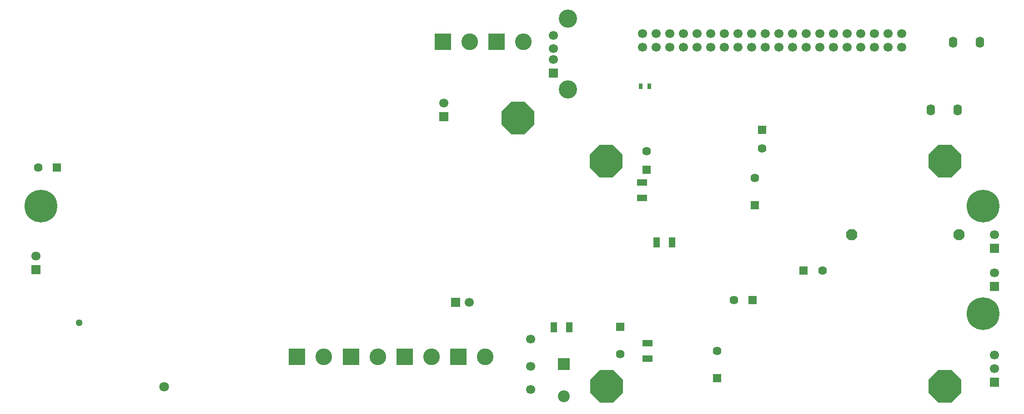
<source format=gbs>
G04*
G04 #@! TF.GenerationSoftware,Altium Limited,Altium Designer,18.1.7 (191)*
G04*
G04 Layer_Color=16711935*
%FSLAX24Y24*%
%MOIN*%
G70*
G01*
G75*
%ADD58R,0.0315X0.0394*%
%ADD62R,0.0453X0.0728*%
%ADD90R,0.0728X0.0453*%
%ADD99C,0.0512*%
%ADD100C,0.0669*%
%ADD101R,0.0669X0.0669*%
%ADD102C,0.1339*%
%ADD103O,0.0630X0.0827*%
%ADD104C,0.0639*%
%ADD105R,0.0639X0.0639*%
%ADD106C,0.1220*%
%ADD107R,0.1220X0.1220*%
%ADD108R,0.0639X0.0639*%
%ADD109C,0.0827*%
%ADD110P,0.0895X8X202.5*%
%ADD111R,0.0669X0.0669*%
%ADD112R,0.0866X0.0866*%
%ADD113C,0.0866*%
%ADD114C,0.0709*%
%ADD115P,0.2599X8X292.5*%
%ADD116C,0.2402*%
D58*
X54783Y42264D02*
D03*
X54173D02*
D03*
D62*
X55325Y30817D02*
D03*
X56467D02*
D03*
X48937Y24577D02*
D03*
X47795D02*
D03*
D90*
X54675Y22274D02*
D03*
Y23415D02*
D03*
X54272Y34085D02*
D03*
Y35226D02*
D03*
D99*
X12992Y24921D02*
D03*
D100*
X39744Y41039D02*
D03*
X47766Y46014D02*
D03*
Y45030D02*
D03*
Y44242D02*
D03*
X80079Y28583D02*
D03*
Y22535D02*
D03*
Y21535D02*
D03*
X69307Y46157D02*
D03*
Y45157D02*
D03*
X70307Y46157D02*
D03*
Y45157D02*
D03*
X71307Y46157D02*
D03*
Y45157D02*
D03*
X72307D02*
D03*
Y46157D02*
D03*
X73307Y45157D02*
D03*
Y46157D02*
D03*
X64307D02*
D03*
Y45157D02*
D03*
X65307Y46157D02*
D03*
Y45157D02*
D03*
X66307Y46157D02*
D03*
Y45157D02*
D03*
X67307D02*
D03*
Y46157D02*
D03*
X68307Y45157D02*
D03*
Y46157D02*
D03*
X59307D02*
D03*
Y45157D02*
D03*
X60307Y46157D02*
D03*
Y45157D02*
D03*
X61307Y46157D02*
D03*
Y45157D02*
D03*
X62307D02*
D03*
Y46157D02*
D03*
X63307Y45157D02*
D03*
Y46157D02*
D03*
X54307D02*
D03*
Y45157D02*
D03*
X55307Y46157D02*
D03*
Y45157D02*
D03*
X56307Y46157D02*
D03*
Y45157D02*
D03*
X57307D02*
D03*
Y46157D02*
D03*
X58307Y45157D02*
D03*
Y46157D02*
D03*
X9843Y29819D02*
D03*
X80079Y31394D02*
D03*
X41591Y26427D02*
D03*
X46102Y23701D02*
D03*
Y21701D02*
D03*
Y20020D02*
D03*
D101*
X39744Y40039D02*
D03*
X47766Y43258D02*
D03*
X80079Y27583D02*
D03*
Y20535D02*
D03*
X9843Y28819D02*
D03*
X80079Y30394D02*
D03*
D102*
X48839Y47234D02*
D03*
Y42047D02*
D03*
D103*
X77382Y40561D02*
D03*
X75413D02*
D03*
X77047Y45512D02*
D03*
X79016D02*
D03*
D104*
X54606Y37520D02*
D03*
X63071Y37717D02*
D03*
X59764Y22835D02*
D03*
X67480Y28740D02*
D03*
X10000Y36299D02*
D03*
X52677Y22598D02*
D03*
X62520Y35543D02*
D03*
X60984Y26575D02*
D03*
D105*
X54606Y36142D02*
D03*
X63071Y39094D02*
D03*
X59764Y20835D02*
D03*
X52677Y24598D02*
D03*
X62520Y33543D02*
D03*
D106*
X41614Y45561D02*
D03*
X45551D02*
D03*
X42756Y22402D02*
D03*
X38819D02*
D03*
X34882D02*
D03*
X30945D02*
D03*
D107*
X39646Y45561D02*
D03*
X43583D02*
D03*
X40787Y22402D02*
D03*
X36850D02*
D03*
X32913D02*
D03*
X28976D02*
D03*
D108*
X66102Y28740D02*
D03*
X11378Y36299D02*
D03*
X62362Y26575D02*
D03*
D109*
X77510Y31368D02*
D03*
D110*
X69636D02*
D03*
D111*
X40591Y26427D02*
D03*
D112*
X48543Y21890D02*
D03*
D113*
Y19528D02*
D03*
D114*
X19213Y20197D02*
D03*
D115*
X45167Y39931D02*
D03*
X76467Y20246D02*
D03*
Y36781D02*
D03*
X51634Y36781D02*
D03*
X51654Y20236D02*
D03*
D116*
X79278Y33468D02*
D03*
Y25594D02*
D03*
X10184Y33468D02*
D03*
M02*

</source>
